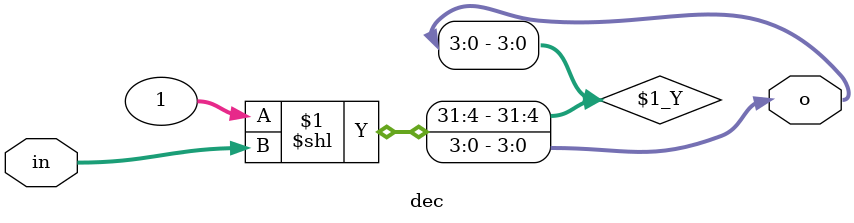
<source format=sv>
module dec #(
  parameter in_cnt = 2,
  parameter out_cnt = (1 << in_cnt)
)(
  input [in_cnt - 1 : 0] in,
  output [out_cnt - 1 : 0] o,
);
  
  assign o = 1 << in;
  
endmodule 
</source>
